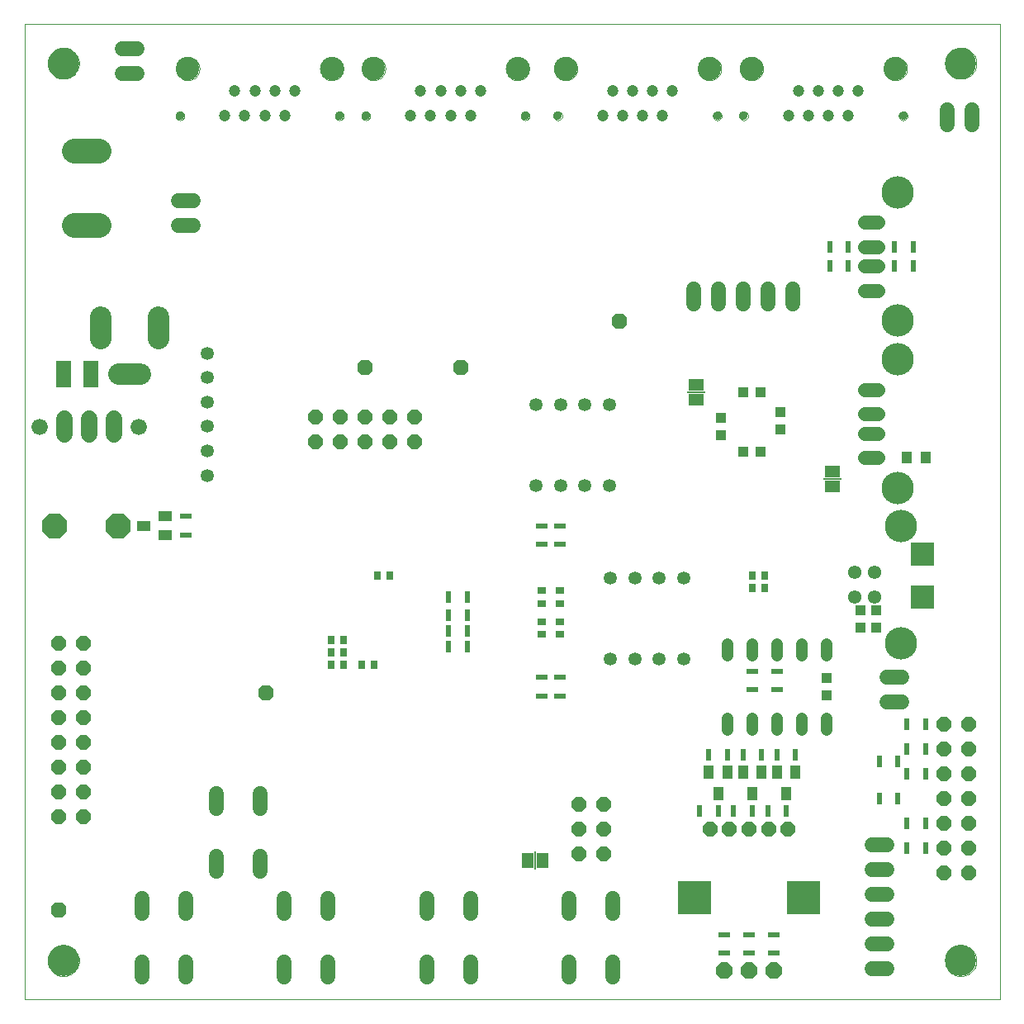
<source format=gbs>
G75*
G70*
%OFA0B0*%
%FSLAX24Y24*%
%IPPOS*%
%LPD*%
%AMOC8*
5,1,8,0,0,1.08239X$1,22.5*
%
%ADD10C,0.0000*%
%ADD11C,0.1260*%
%ADD12C,0.0600*%
%ADD13C,0.0480*%
%ADD14R,0.0425X0.0413*%
%ADD15R,0.0512X0.0236*%
%ADD16C,0.0472*%
%ADD17C,0.0945*%
%ADD18C,0.0354*%
%ADD19OC8,0.0591*%
%ADD20OC8,0.0660*%
%ADD21R,0.1378X0.1378*%
%ADD22R,0.0236X0.0512*%
%ADD23R,0.0394X0.0551*%
%ADD24R,0.0413X0.0425*%
%ADD25R,0.0433X0.0512*%
%ADD26R,0.0630X0.0460*%
%ADD27R,0.0720X0.0060*%
%ADD28R,0.0460X0.0630*%
%ADD29R,0.0060X0.0720*%
%ADD30OC8,0.0600*%
%ADD31OC8,0.1000*%
%ADD32R,0.0551X0.0394*%
%ADD33R,0.0354X0.0276*%
%ADD34C,0.1000*%
%ADD35C,0.0650*%
%ADD36C,0.0660*%
%ADD37R,0.0630X0.1063*%
%ADD38C,0.0531*%
%ADD39C,0.1306*%
%ADD40C,0.0543*%
%ADD41R,0.0276X0.0354*%
%ADD42C,0.0860*%
%ADD43C,0.0561*%
%ADD44OC8,0.0630*%
%ADD45R,0.0945X0.0945*%
D10*
X000950Y000139D02*
X000950Y039509D01*
X040320Y039509D01*
X040320Y000139D01*
X000950Y000139D01*
X001894Y001714D02*
X001896Y001764D01*
X001902Y001814D01*
X001912Y001863D01*
X001926Y001911D01*
X001943Y001958D01*
X001964Y002003D01*
X001989Y002047D01*
X002017Y002088D01*
X002049Y002127D01*
X002083Y002164D01*
X002120Y002198D01*
X002160Y002228D01*
X002202Y002255D01*
X002246Y002279D01*
X002292Y002300D01*
X002339Y002316D01*
X002387Y002329D01*
X002437Y002338D01*
X002486Y002343D01*
X002537Y002344D01*
X002587Y002341D01*
X002636Y002334D01*
X002685Y002323D01*
X002733Y002308D01*
X002779Y002290D01*
X002824Y002268D01*
X002867Y002242D01*
X002908Y002213D01*
X002947Y002181D01*
X002983Y002146D01*
X003015Y002108D01*
X003045Y002068D01*
X003072Y002025D01*
X003095Y001981D01*
X003114Y001935D01*
X003130Y001887D01*
X003142Y001838D01*
X003150Y001789D01*
X003154Y001739D01*
X003154Y001689D01*
X003150Y001639D01*
X003142Y001590D01*
X003130Y001541D01*
X003114Y001493D01*
X003095Y001447D01*
X003072Y001403D01*
X003045Y001360D01*
X003015Y001320D01*
X002983Y001282D01*
X002947Y001247D01*
X002908Y001215D01*
X002867Y001186D01*
X002824Y001160D01*
X002779Y001138D01*
X002733Y001120D01*
X002685Y001105D01*
X002636Y001094D01*
X002587Y001087D01*
X002537Y001084D01*
X002486Y001085D01*
X002437Y001090D01*
X002387Y001099D01*
X002339Y001112D01*
X002292Y001128D01*
X002246Y001149D01*
X002202Y001173D01*
X002160Y001200D01*
X002120Y001230D01*
X002083Y001264D01*
X002049Y001301D01*
X002017Y001340D01*
X001989Y001381D01*
X001964Y001425D01*
X001943Y001470D01*
X001926Y001517D01*
X001912Y001565D01*
X001902Y001614D01*
X001896Y001664D01*
X001894Y001714D01*
X007054Y035813D02*
X007056Y035839D01*
X007062Y035865D01*
X007072Y035890D01*
X007085Y035913D01*
X007101Y035933D01*
X007121Y035951D01*
X007143Y035966D01*
X007166Y035978D01*
X007192Y035986D01*
X007218Y035990D01*
X007244Y035990D01*
X007270Y035986D01*
X007296Y035978D01*
X007320Y035966D01*
X007341Y035951D01*
X007361Y035933D01*
X007377Y035913D01*
X007390Y035890D01*
X007400Y035865D01*
X007406Y035839D01*
X007408Y035813D01*
X007406Y035787D01*
X007400Y035761D01*
X007390Y035736D01*
X007377Y035713D01*
X007361Y035693D01*
X007341Y035675D01*
X007319Y035660D01*
X007296Y035648D01*
X007270Y035640D01*
X007244Y035636D01*
X007218Y035636D01*
X007192Y035640D01*
X007166Y035648D01*
X007142Y035660D01*
X007121Y035675D01*
X007101Y035693D01*
X007085Y035713D01*
X007072Y035736D01*
X007062Y035761D01*
X007056Y035787D01*
X007054Y035813D01*
X007074Y037718D02*
X007076Y037761D01*
X007082Y037803D01*
X007092Y037845D01*
X007105Y037886D01*
X007122Y037926D01*
X007143Y037963D01*
X007167Y037999D01*
X007194Y038032D01*
X007224Y038063D01*
X007257Y038091D01*
X007292Y038116D01*
X007329Y038137D01*
X007368Y038155D01*
X007408Y038169D01*
X007450Y038180D01*
X007492Y038187D01*
X007535Y038190D01*
X007578Y038189D01*
X007621Y038184D01*
X007663Y038175D01*
X007704Y038163D01*
X007744Y038147D01*
X007782Y038127D01*
X007818Y038104D01*
X007852Y038077D01*
X007884Y038048D01*
X007912Y038016D01*
X007938Y037981D01*
X007960Y037945D01*
X007979Y037906D01*
X007994Y037866D01*
X008006Y037825D01*
X008014Y037782D01*
X008018Y037739D01*
X008018Y037697D01*
X008014Y037654D01*
X008006Y037611D01*
X007994Y037570D01*
X007979Y037530D01*
X007960Y037491D01*
X007938Y037455D01*
X007912Y037420D01*
X007884Y037388D01*
X007852Y037359D01*
X007818Y037332D01*
X007782Y037309D01*
X007744Y037289D01*
X007704Y037273D01*
X007663Y037261D01*
X007621Y037252D01*
X007578Y037247D01*
X007535Y037246D01*
X007492Y037249D01*
X007450Y037256D01*
X007408Y037267D01*
X007368Y037281D01*
X007329Y037299D01*
X007292Y037320D01*
X007257Y037345D01*
X007224Y037373D01*
X007194Y037404D01*
X007167Y037437D01*
X007143Y037473D01*
X007122Y037510D01*
X007105Y037550D01*
X007092Y037591D01*
X007082Y037633D01*
X007076Y037675D01*
X007074Y037718D01*
X001894Y037935D02*
X001896Y037985D01*
X001902Y038035D01*
X001912Y038084D01*
X001926Y038132D01*
X001943Y038179D01*
X001964Y038224D01*
X001989Y038268D01*
X002017Y038309D01*
X002049Y038348D01*
X002083Y038385D01*
X002120Y038419D01*
X002160Y038449D01*
X002202Y038476D01*
X002246Y038500D01*
X002292Y038521D01*
X002339Y038537D01*
X002387Y038550D01*
X002437Y038559D01*
X002486Y038564D01*
X002537Y038565D01*
X002587Y038562D01*
X002636Y038555D01*
X002685Y038544D01*
X002733Y038529D01*
X002779Y038511D01*
X002824Y038489D01*
X002867Y038463D01*
X002908Y038434D01*
X002947Y038402D01*
X002983Y038367D01*
X003015Y038329D01*
X003045Y038289D01*
X003072Y038246D01*
X003095Y038202D01*
X003114Y038156D01*
X003130Y038108D01*
X003142Y038059D01*
X003150Y038010D01*
X003154Y037960D01*
X003154Y037910D01*
X003150Y037860D01*
X003142Y037811D01*
X003130Y037762D01*
X003114Y037714D01*
X003095Y037668D01*
X003072Y037624D01*
X003045Y037581D01*
X003015Y037541D01*
X002983Y037503D01*
X002947Y037468D01*
X002908Y037436D01*
X002867Y037407D01*
X002824Y037381D01*
X002779Y037359D01*
X002733Y037341D01*
X002685Y037326D01*
X002636Y037315D01*
X002587Y037308D01*
X002537Y037305D01*
X002486Y037306D01*
X002437Y037311D01*
X002387Y037320D01*
X002339Y037333D01*
X002292Y037349D01*
X002246Y037370D01*
X002202Y037394D01*
X002160Y037421D01*
X002120Y037451D01*
X002083Y037485D01*
X002049Y037522D01*
X002017Y037561D01*
X001989Y037602D01*
X001964Y037646D01*
X001943Y037691D01*
X001926Y037738D01*
X001912Y037786D01*
X001902Y037835D01*
X001896Y037885D01*
X001894Y037935D01*
X012881Y037718D02*
X012883Y037761D01*
X012889Y037803D01*
X012899Y037845D01*
X012912Y037886D01*
X012929Y037926D01*
X012950Y037963D01*
X012974Y037999D01*
X013001Y038032D01*
X013031Y038063D01*
X013064Y038091D01*
X013099Y038116D01*
X013136Y038137D01*
X013175Y038155D01*
X013215Y038169D01*
X013257Y038180D01*
X013299Y038187D01*
X013342Y038190D01*
X013385Y038189D01*
X013428Y038184D01*
X013470Y038175D01*
X013511Y038163D01*
X013551Y038147D01*
X013589Y038127D01*
X013625Y038104D01*
X013659Y038077D01*
X013691Y038048D01*
X013719Y038016D01*
X013745Y037981D01*
X013767Y037945D01*
X013786Y037906D01*
X013801Y037866D01*
X013813Y037825D01*
X013821Y037782D01*
X013825Y037739D01*
X013825Y037697D01*
X013821Y037654D01*
X013813Y037611D01*
X013801Y037570D01*
X013786Y037530D01*
X013767Y037491D01*
X013745Y037455D01*
X013719Y037420D01*
X013691Y037388D01*
X013659Y037359D01*
X013625Y037332D01*
X013589Y037309D01*
X013551Y037289D01*
X013511Y037273D01*
X013470Y037261D01*
X013428Y037252D01*
X013385Y037247D01*
X013342Y037246D01*
X013299Y037249D01*
X013257Y037256D01*
X013215Y037267D01*
X013175Y037281D01*
X013136Y037299D01*
X013099Y037320D01*
X013064Y037345D01*
X013031Y037373D01*
X013001Y037404D01*
X012974Y037437D01*
X012950Y037473D01*
X012929Y037510D01*
X012912Y037550D01*
X012899Y037591D01*
X012889Y037633D01*
X012883Y037675D01*
X012881Y037718D01*
X013491Y035813D02*
X013493Y035839D01*
X013499Y035865D01*
X013509Y035890D01*
X013522Y035913D01*
X013538Y035933D01*
X013558Y035951D01*
X013580Y035966D01*
X013603Y035978D01*
X013629Y035986D01*
X013655Y035990D01*
X013681Y035990D01*
X013707Y035986D01*
X013733Y035978D01*
X013757Y035966D01*
X013778Y035951D01*
X013798Y035933D01*
X013814Y035913D01*
X013827Y035890D01*
X013837Y035865D01*
X013843Y035839D01*
X013845Y035813D01*
X013843Y035787D01*
X013837Y035761D01*
X013827Y035736D01*
X013814Y035713D01*
X013798Y035693D01*
X013778Y035675D01*
X013756Y035660D01*
X013733Y035648D01*
X013707Y035640D01*
X013681Y035636D01*
X013655Y035636D01*
X013629Y035640D01*
X013603Y035648D01*
X013579Y035660D01*
X013558Y035675D01*
X013538Y035693D01*
X013522Y035713D01*
X013509Y035736D01*
X013499Y035761D01*
X013493Y035787D01*
X013491Y035813D01*
X014554Y035813D02*
X014556Y035839D01*
X014562Y035865D01*
X014572Y035890D01*
X014585Y035913D01*
X014601Y035933D01*
X014621Y035951D01*
X014643Y035966D01*
X014666Y035978D01*
X014692Y035986D01*
X014718Y035990D01*
X014744Y035990D01*
X014770Y035986D01*
X014796Y035978D01*
X014820Y035966D01*
X014841Y035951D01*
X014861Y035933D01*
X014877Y035913D01*
X014890Y035890D01*
X014900Y035865D01*
X014906Y035839D01*
X014908Y035813D01*
X014906Y035787D01*
X014900Y035761D01*
X014890Y035736D01*
X014877Y035713D01*
X014861Y035693D01*
X014841Y035675D01*
X014819Y035660D01*
X014796Y035648D01*
X014770Y035640D01*
X014744Y035636D01*
X014718Y035636D01*
X014692Y035640D01*
X014666Y035648D01*
X014642Y035660D01*
X014621Y035675D01*
X014601Y035693D01*
X014585Y035713D01*
X014572Y035736D01*
X014562Y035761D01*
X014556Y035787D01*
X014554Y035813D01*
X014574Y037718D02*
X014576Y037761D01*
X014582Y037803D01*
X014592Y037845D01*
X014605Y037886D01*
X014622Y037926D01*
X014643Y037963D01*
X014667Y037999D01*
X014694Y038032D01*
X014724Y038063D01*
X014757Y038091D01*
X014792Y038116D01*
X014829Y038137D01*
X014868Y038155D01*
X014908Y038169D01*
X014950Y038180D01*
X014992Y038187D01*
X015035Y038190D01*
X015078Y038189D01*
X015121Y038184D01*
X015163Y038175D01*
X015204Y038163D01*
X015244Y038147D01*
X015282Y038127D01*
X015318Y038104D01*
X015352Y038077D01*
X015384Y038048D01*
X015412Y038016D01*
X015438Y037981D01*
X015460Y037945D01*
X015479Y037906D01*
X015494Y037866D01*
X015506Y037825D01*
X015514Y037782D01*
X015518Y037739D01*
X015518Y037697D01*
X015514Y037654D01*
X015506Y037611D01*
X015494Y037570D01*
X015479Y037530D01*
X015460Y037491D01*
X015438Y037455D01*
X015412Y037420D01*
X015384Y037388D01*
X015352Y037359D01*
X015318Y037332D01*
X015282Y037309D01*
X015244Y037289D01*
X015204Y037273D01*
X015163Y037261D01*
X015121Y037252D01*
X015078Y037247D01*
X015035Y037246D01*
X014992Y037249D01*
X014950Y037256D01*
X014908Y037267D01*
X014868Y037281D01*
X014829Y037299D01*
X014792Y037320D01*
X014757Y037345D01*
X014724Y037373D01*
X014694Y037404D01*
X014667Y037437D01*
X014643Y037473D01*
X014622Y037510D01*
X014605Y037550D01*
X014592Y037591D01*
X014582Y037633D01*
X014576Y037675D01*
X014574Y037718D01*
X020381Y037718D02*
X020383Y037761D01*
X020389Y037803D01*
X020399Y037845D01*
X020412Y037886D01*
X020429Y037926D01*
X020450Y037963D01*
X020474Y037999D01*
X020501Y038032D01*
X020531Y038063D01*
X020564Y038091D01*
X020599Y038116D01*
X020636Y038137D01*
X020675Y038155D01*
X020715Y038169D01*
X020757Y038180D01*
X020799Y038187D01*
X020842Y038190D01*
X020885Y038189D01*
X020928Y038184D01*
X020970Y038175D01*
X021011Y038163D01*
X021051Y038147D01*
X021089Y038127D01*
X021125Y038104D01*
X021159Y038077D01*
X021191Y038048D01*
X021219Y038016D01*
X021245Y037981D01*
X021267Y037945D01*
X021286Y037906D01*
X021301Y037866D01*
X021313Y037825D01*
X021321Y037782D01*
X021325Y037739D01*
X021325Y037697D01*
X021321Y037654D01*
X021313Y037611D01*
X021301Y037570D01*
X021286Y037530D01*
X021267Y037491D01*
X021245Y037455D01*
X021219Y037420D01*
X021191Y037388D01*
X021159Y037359D01*
X021125Y037332D01*
X021089Y037309D01*
X021051Y037289D01*
X021011Y037273D01*
X020970Y037261D01*
X020928Y037252D01*
X020885Y037247D01*
X020842Y037246D01*
X020799Y037249D01*
X020757Y037256D01*
X020715Y037267D01*
X020675Y037281D01*
X020636Y037299D01*
X020599Y037320D01*
X020564Y037345D01*
X020531Y037373D01*
X020501Y037404D01*
X020474Y037437D01*
X020450Y037473D01*
X020429Y037510D01*
X020412Y037550D01*
X020399Y037591D01*
X020389Y037633D01*
X020383Y037675D01*
X020381Y037718D01*
X020991Y035813D02*
X020993Y035839D01*
X020999Y035865D01*
X021009Y035890D01*
X021022Y035913D01*
X021038Y035933D01*
X021058Y035951D01*
X021080Y035966D01*
X021103Y035978D01*
X021129Y035986D01*
X021155Y035990D01*
X021181Y035990D01*
X021207Y035986D01*
X021233Y035978D01*
X021257Y035966D01*
X021278Y035951D01*
X021298Y035933D01*
X021314Y035913D01*
X021327Y035890D01*
X021337Y035865D01*
X021343Y035839D01*
X021345Y035813D01*
X021343Y035787D01*
X021337Y035761D01*
X021327Y035736D01*
X021314Y035713D01*
X021298Y035693D01*
X021278Y035675D01*
X021256Y035660D01*
X021233Y035648D01*
X021207Y035640D01*
X021181Y035636D01*
X021155Y035636D01*
X021129Y035640D01*
X021103Y035648D01*
X021079Y035660D01*
X021058Y035675D01*
X021038Y035693D01*
X021022Y035713D01*
X021009Y035736D01*
X020999Y035761D01*
X020993Y035787D01*
X020991Y035813D01*
X022304Y035813D02*
X022306Y035839D01*
X022312Y035865D01*
X022322Y035890D01*
X022335Y035913D01*
X022351Y035933D01*
X022371Y035951D01*
X022393Y035966D01*
X022416Y035978D01*
X022442Y035986D01*
X022468Y035990D01*
X022494Y035990D01*
X022520Y035986D01*
X022546Y035978D01*
X022570Y035966D01*
X022591Y035951D01*
X022611Y035933D01*
X022627Y035913D01*
X022640Y035890D01*
X022650Y035865D01*
X022656Y035839D01*
X022658Y035813D01*
X022656Y035787D01*
X022650Y035761D01*
X022640Y035736D01*
X022627Y035713D01*
X022611Y035693D01*
X022591Y035675D01*
X022569Y035660D01*
X022546Y035648D01*
X022520Y035640D01*
X022494Y035636D01*
X022468Y035636D01*
X022442Y035640D01*
X022416Y035648D01*
X022392Y035660D01*
X022371Y035675D01*
X022351Y035693D01*
X022335Y035713D01*
X022322Y035736D01*
X022312Y035761D01*
X022306Y035787D01*
X022304Y035813D01*
X022324Y037718D02*
X022326Y037761D01*
X022332Y037803D01*
X022342Y037845D01*
X022355Y037886D01*
X022372Y037926D01*
X022393Y037963D01*
X022417Y037999D01*
X022444Y038032D01*
X022474Y038063D01*
X022507Y038091D01*
X022542Y038116D01*
X022579Y038137D01*
X022618Y038155D01*
X022658Y038169D01*
X022700Y038180D01*
X022742Y038187D01*
X022785Y038190D01*
X022828Y038189D01*
X022871Y038184D01*
X022913Y038175D01*
X022954Y038163D01*
X022994Y038147D01*
X023032Y038127D01*
X023068Y038104D01*
X023102Y038077D01*
X023134Y038048D01*
X023162Y038016D01*
X023188Y037981D01*
X023210Y037945D01*
X023229Y037906D01*
X023244Y037866D01*
X023256Y037825D01*
X023264Y037782D01*
X023268Y037739D01*
X023268Y037697D01*
X023264Y037654D01*
X023256Y037611D01*
X023244Y037570D01*
X023229Y037530D01*
X023210Y037491D01*
X023188Y037455D01*
X023162Y037420D01*
X023134Y037388D01*
X023102Y037359D01*
X023068Y037332D01*
X023032Y037309D01*
X022994Y037289D01*
X022954Y037273D01*
X022913Y037261D01*
X022871Y037252D01*
X022828Y037247D01*
X022785Y037246D01*
X022742Y037249D01*
X022700Y037256D01*
X022658Y037267D01*
X022618Y037281D01*
X022579Y037299D01*
X022542Y037320D01*
X022507Y037345D01*
X022474Y037373D01*
X022444Y037404D01*
X022417Y037437D01*
X022393Y037473D01*
X022372Y037510D01*
X022355Y037550D01*
X022342Y037591D01*
X022332Y037633D01*
X022326Y037675D01*
X022324Y037718D01*
X028131Y037718D02*
X028133Y037761D01*
X028139Y037803D01*
X028149Y037845D01*
X028162Y037886D01*
X028179Y037926D01*
X028200Y037963D01*
X028224Y037999D01*
X028251Y038032D01*
X028281Y038063D01*
X028314Y038091D01*
X028349Y038116D01*
X028386Y038137D01*
X028425Y038155D01*
X028465Y038169D01*
X028507Y038180D01*
X028549Y038187D01*
X028592Y038190D01*
X028635Y038189D01*
X028678Y038184D01*
X028720Y038175D01*
X028761Y038163D01*
X028801Y038147D01*
X028839Y038127D01*
X028875Y038104D01*
X028909Y038077D01*
X028941Y038048D01*
X028969Y038016D01*
X028995Y037981D01*
X029017Y037945D01*
X029036Y037906D01*
X029051Y037866D01*
X029063Y037825D01*
X029071Y037782D01*
X029075Y037739D01*
X029075Y037697D01*
X029071Y037654D01*
X029063Y037611D01*
X029051Y037570D01*
X029036Y037530D01*
X029017Y037491D01*
X028995Y037455D01*
X028969Y037420D01*
X028941Y037388D01*
X028909Y037359D01*
X028875Y037332D01*
X028839Y037309D01*
X028801Y037289D01*
X028761Y037273D01*
X028720Y037261D01*
X028678Y037252D01*
X028635Y037247D01*
X028592Y037246D01*
X028549Y037249D01*
X028507Y037256D01*
X028465Y037267D01*
X028425Y037281D01*
X028386Y037299D01*
X028349Y037320D01*
X028314Y037345D01*
X028281Y037373D01*
X028251Y037404D01*
X028224Y037437D01*
X028200Y037473D01*
X028179Y037510D01*
X028162Y037550D01*
X028149Y037591D01*
X028139Y037633D01*
X028133Y037675D01*
X028131Y037718D01*
X028741Y035813D02*
X028743Y035839D01*
X028749Y035865D01*
X028759Y035890D01*
X028772Y035913D01*
X028788Y035933D01*
X028808Y035951D01*
X028830Y035966D01*
X028853Y035978D01*
X028879Y035986D01*
X028905Y035990D01*
X028931Y035990D01*
X028957Y035986D01*
X028983Y035978D01*
X029007Y035966D01*
X029028Y035951D01*
X029048Y035933D01*
X029064Y035913D01*
X029077Y035890D01*
X029087Y035865D01*
X029093Y035839D01*
X029095Y035813D01*
X029093Y035787D01*
X029087Y035761D01*
X029077Y035736D01*
X029064Y035713D01*
X029048Y035693D01*
X029028Y035675D01*
X029006Y035660D01*
X028983Y035648D01*
X028957Y035640D01*
X028931Y035636D01*
X028905Y035636D01*
X028879Y035640D01*
X028853Y035648D01*
X028829Y035660D01*
X028808Y035675D01*
X028788Y035693D01*
X028772Y035713D01*
X028759Y035736D01*
X028749Y035761D01*
X028743Y035787D01*
X028741Y035813D01*
X029804Y035813D02*
X029806Y035839D01*
X029812Y035865D01*
X029822Y035890D01*
X029835Y035913D01*
X029851Y035933D01*
X029871Y035951D01*
X029893Y035966D01*
X029916Y035978D01*
X029942Y035986D01*
X029968Y035990D01*
X029994Y035990D01*
X030020Y035986D01*
X030046Y035978D01*
X030070Y035966D01*
X030091Y035951D01*
X030111Y035933D01*
X030127Y035913D01*
X030140Y035890D01*
X030150Y035865D01*
X030156Y035839D01*
X030158Y035813D01*
X030156Y035787D01*
X030150Y035761D01*
X030140Y035736D01*
X030127Y035713D01*
X030111Y035693D01*
X030091Y035675D01*
X030069Y035660D01*
X030046Y035648D01*
X030020Y035640D01*
X029994Y035636D01*
X029968Y035636D01*
X029942Y035640D01*
X029916Y035648D01*
X029892Y035660D01*
X029871Y035675D01*
X029851Y035693D01*
X029835Y035713D01*
X029822Y035736D01*
X029812Y035761D01*
X029806Y035787D01*
X029804Y035813D01*
X029824Y037718D02*
X029826Y037761D01*
X029832Y037803D01*
X029842Y037845D01*
X029855Y037886D01*
X029872Y037926D01*
X029893Y037963D01*
X029917Y037999D01*
X029944Y038032D01*
X029974Y038063D01*
X030007Y038091D01*
X030042Y038116D01*
X030079Y038137D01*
X030118Y038155D01*
X030158Y038169D01*
X030200Y038180D01*
X030242Y038187D01*
X030285Y038190D01*
X030328Y038189D01*
X030371Y038184D01*
X030413Y038175D01*
X030454Y038163D01*
X030494Y038147D01*
X030532Y038127D01*
X030568Y038104D01*
X030602Y038077D01*
X030634Y038048D01*
X030662Y038016D01*
X030688Y037981D01*
X030710Y037945D01*
X030729Y037906D01*
X030744Y037866D01*
X030756Y037825D01*
X030764Y037782D01*
X030768Y037739D01*
X030768Y037697D01*
X030764Y037654D01*
X030756Y037611D01*
X030744Y037570D01*
X030729Y037530D01*
X030710Y037491D01*
X030688Y037455D01*
X030662Y037420D01*
X030634Y037388D01*
X030602Y037359D01*
X030568Y037332D01*
X030532Y037309D01*
X030494Y037289D01*
X030454Y037273D01*
X030413Y037261D01*
X030371Y037252D01*
X030328Y037247D01*
X030285Y037246D01*
X030242Y037249D01*
X030200Y037256D01*
X030158Y037267D01*
X030118Y037281D01*
X030079Y037299D01*
X030042Y037320D01*
X030007Y037345D01*
X029974Y037373D01*
X029944Y037404D01*
X029917Y037437D01*
X029893Y037473D01*
X029872Y037510D01*
X029855Y037550D01*
X029842Y037591D01*
X029832Y037633D01*
X029826Y037675D01*
X029824Y037718D01*
X035631Y037718D02*
X035633Y037761D01*
X035639Y037803D01*
X035649Y037845D01*
X035662Y037886D01*
X035679Y037926D01*
X035700Y037963D01*
X035724Y037999D01*
X035751Y038032D01*
X035781Y038063D01*
X035814Y038091D01*
X035849Y038116D01*
X035886Y038137D01*
X035925Y038155D01*
X035965Y038169D01*
X036007Y038180D01*
X036049Y038187D01*
X036092Y038190D01*
X036135Y038189D01*
X036178Y038184D01*
X036220Y038175D01*
X036261Y038163D01*
X036301Y038147D01*
X036339Y038127D01*
X036375Y038104D01*
X036409Y038077D01*
X036441Y038048D01*
X036469Y038016D01*
X036495Y037981D01*
X036517Y037945D01*
X036536Y037906D01*
X036551Y037866D01*
X036563Y037825D01*
X036571Y037782D01*
X036575Y037739D01*
X036575Y037697D01*
X036571Y037654D01*
X036563Y037611D01*
X036551Y037570D01*
X036536Y037530D01*
X036517Y037491D01*
X036495Y037455D01*
X036469Y037420D01*
X036441Y037388D01*
X036409Y037359D01*
X036375Y037332D01*
X036339Y037309D01*
X036301Y037289D01*
X036261Y037273D01*
X036220Y037261D01*
X036178Y037252D01*
X036135Y037247D01*
X036092Y037246D01*
X036049Y037249D01*
X036007Y037256D01*
X035965Y037267D01*
X035925Y037281D01*
X035886Y037299D01*
X035849Y037320D01*
X035814Y037345D01*
X035781Y037373D01*
X035751Y037404D01*
X035724Y037437D01*
X035700Y037473D01*
X035679Y037510D01*
X035662Y037550D01*
X035649Y037591D01*
X035639Y037633D01*
X035633Y037675D01*
X035631Y037718D01*
X036241Y035813D02*
X036243Y035839D01*
X036249Y035865D01*
X036259Y035890D01*
X036272Y035913D01*
X036288Y035933D01*
X036308Y035951D01*
X036330Y035966D01*
X036353Y035978D01*
X036379Y035986D01*
X036405Y035990D01*
X036431Y035990D01*
X036457Y035986D01*
X036483Y035978D01*
X036507Y035966D01*
X036528Y035951D01*
X036548Y035933D01*
X036564Y035913D01*
X036577Y035890D01*
X036587Y035865D01*
X036593Y035839D01*
X036595Y035813D01*
X036593Y035787D01*
X036587Y035761D01*
X036577Y035736D01*
X036564Y035713D01*
X036548Y035693D01*
X036528Y035675D01*
X036506Y035660D01*
X036483Y035648D01*
X036457Y035640D01*
X036431Y035636D01*
X036405Y035636D01*
X036379Y035640D01*
X036353Y035648D01*
X036329Y035660D01*
X036308Y035675D01*
X036288Y035693D01*
X036272Y035713D01*
X036259Y035736D01*
X036249Y035761D01*
X036243Y035787D01*
X036241Y035813D01*
X038115Y037935D02*
X038117Y037985D01*
X038123Y038035D01*
X038133Y038084D01*
X038147Y038132D01*
X038164Y038179D01*
X038185Y038224D01*
X038210Y038268D01*
X038238Y038309D01*
X038270Y038348D01*
X038304Y038385D01*
X038341Y038419D01*
X038381Y038449D01*
X038423Y038476D01*
X038467Y038500D01*
X038513Y038521D01*
X038560Y038537D01*
X038608Y038550D01*
X038658Y038559D01*
X038707Y038564D01*
X038758Y038565D01*
X038808Y038562D01*
X038857Y038555D01*
X038906Y038544D01*
X038954Y038529D01*
X039000Y038511D01*
X039045Y038489D01*
X039088Y038463D01*
X039129Y038434D01*
X039168Y038402D01*
X039204Y038367D01*
X039236Y038329D01*
X039266Y038289D01*
X039293Y038246D01*
X039316Y038202D01*
X039335Y038156D01*
X039351Y038108D01*
X039363Y038059D01*
X039371Y038010D01*
X039375Y037960D01*
X039375Y037910D01*
X039371Y037860D01*
X039363Y037811D01*
X039351Y037762D01*
X039335Y037714D01*
X039316Y037668D01*
X039293Y037624D01*
X039266Y037581D01*
X039236Y037541D01*
X039204Y037503D01*
X039168Y037468D01*
X039129Y037436D01*
X039088Y037407D01*
X039045Y037381D01*
X039000Y037359D01*
X038954Y037341D01*
X038906Y037326D01*
X038857Y037315D01*
X038808Y037308D01*
X038758Y037305D01*
X038707Y037306D01*
X038658Y037311D01*
X038608Y037320D01*
X038560Y037333D01*
X038513Y037349D01*
X038467Y037370D01*
X038423Y037394D01*
X038381Y037421D01*
X038341Y037451D01*
X038304Y037485D01*
X038270Y037522D01*
X038238Y037561D01*
X038210Y037602D01*
X038185Y037646D01*
X038164Y037691D01*
X038147Y037738D01*
X038133Y037786D01*
X038123Y037835D01*
X038117Y037885D01*
X038115Y037935D01*
X038115Y001714D02*
X038117Y001764D01*
X038123Y001814D01*
X038133Y001863D01*
X038147Y001911D01*
X038164Y001958D01*
X038185Y002003D01*
X038210Y002047D01*
X038238Y002088D01*
X038270Y002127D01*
X038304Y002164D01*
X038341Y002198D01*
X038381Y002228D01*
X038423Y002255D01*
X038467Y002279D01*
X038513Y002300D01*
X038560Y002316D01*
X038608Y002329D01*
X038658Y002338D01*
X038707Y002343D01*
X038758Y002344D01*
X038808Y002341D01*
X038857Y002334D01*
X038906Y002323D01*
X038954Y002308D01*
X039000Y002290D01*
X039045Y002268D01*
X039088Y002242D01*
X039129Y002213D01*
X039168Y002181D01*
X039204Y002146D01*
X039236Y002108D01*
X039266Y002068D01*
X039293Y002025D01*
X039316Y001981D01*
X039335Y001935D01*
X039351Y001887D01*
X039363Y001838D01*
X039371Y001789D01*
X039375Y001739D01*
X039375Y001689D01*
X039371Y001639D01*
X039363Y001590D01*
X039351Y001541D01*
X039335Y001493D01*
X039316Y001447D01*
X039293Y001403D01*
X039266Y001360D01*
X039236Y001320D01*
X039204Y001282D01*
X039168Y001247D01*
X039129Y001215D01*
X039088Y001186D01*
X039045Y001160D01*
X039000Y001138D01*
X038954Y001120D01*
X038906Y001105D01*
X038857Y001094D01*
X038808Y001087D01*
X038758Y001084D01*
X038707Y001085D01*
X038658Y001090D01*
X038608Y001099D01*
X038560Y001112D01*
X038513Y001128D01*
X038467Y001149D01*
X038423Y001173D01*
X038381Y001200D01*
X038341Y001230D01*
X038304Y001264D01*
X038270Y001301D01*
X038238Y001340D01*
X038210Y001381D01*
X038185Y001425D01*
X038164Y001470D01*
X038147Y001517D01*
X038133Y001565D01*
X038123Y001614D01*
X038117Y001664D01*
X038115Y001714D01*
D11*
X038745Y001714D03*
X002524Y001714D03*
X002524Y037935D03*
X038745Y037935D03*
D12*
X039200Y036064D02*
X039200Y035464D01*
X038200Y035464D02*
X038200Y036064D01*
X031950Y028814D02*
X031950Y028214D01*
X030950Y028214D02*
X030950Y028814D01*
X029950Y028814D02*
X029950Y028214D01*
X028950Y028214D02*
X028950Y028814D01*
X027950Y028814D02*
X027950Y028214D01*
X035775Y013139D02*
X036375Y013139D01*
X036375Y012139D02*
X035775Y012139D01*
X035750Y006389D02*
X035150Y006389D01*
X035150Y005389D02*
X035750Y005389D01*
X035750Y004389D02*
X035150Y004389D01*
X035150Y003389D02*
X035750Y003389D01*
X035750Y002389D02*
X035150Y002389D01*
X035150Y001389D02*
X035750Y001389D01*
X024715Y001659D02*
X024715Y001059D01*
X022935Y001059D02*
X022935Y001659D01*
X022935Y003619D02*
X022935Y004219D01*
X024715Y004219D02*
X024715Y003619D01*
X018965Y003619D02*
X018965Y004219D01*
X017185Y004219D02*
X017185Y003619D01*
X017185Y001659D02*
X017185Y001059D01*
X018965Y001059D02*
X018965Y001659D01*
X013215Y001659D02*
X013215Y001059D01*
X011435Y001059D02*
X011435Y001659D01*
X011435Y003619D02*
X011435Y004219D01*
X010465Y005309D02*
X010465Y005909D01*
X008685Y005909D02*
X008685Y005309D01*
X007465Y004219D02*
X007465Y003619D01*
X005685Y003619D02*
X005685Y004219D01*
X005685Y001659D02*
X005685Y001059D01*
X007465Y001059D02*
X007465Y001659D01*
X013215Y003619D02*
X013215Y004219D01*
X010465Y007869D02*
X010465Y008469D01*
X008685Y008469D02*
X008685Y007869D01*
X007750Y031389D02*
X007150Y031389D01*
X007150Y032389D02*
X007750Y032389D01*
X005500Y037514D02*
X004900Y037514D01*
X004900Y038514D02*
X005500Y038514D01*
D13*
X029325Y014504D02*
X029325Y014024D01*
X030325Y014024D02*
X030325Y014504D01*
X031325Y014504D02*
X031325Y014024D01*
X032325Y014024D02*
X032325Y014504D01*
X033325Y014504D02*
X033325Y014024D01*
X033325Y011504D02*
X033325Y011024D01*
X032325Y011024D02*
X032325Y011504D01*
X031325Y011504D02*
X031325Y011024D01*
X030325Y011024D02*
X030325Y011504D01*
X029325Y011504D02*
X029325Y011024D01*
D14*
X033325Y012420D03*
X033325Y013109D03*
X034700Y015170D03*
X034700Y015859D03*
X035325Y015859D03*
X035325Y015170D03*
X029075Y022920D03*
X029075Y023609D03*
X031450Y023859D03*
X031450Y023170D03*
D15*
X022575Y019263D03*
X022575Y018515D03*
X021825Y018515D03*
X021825Y019263D03*
X021825Y013138D03*
X021825Y012390D03*
X022575Y012390D03*
X022575Y013138D03*
X030325Y013388D03*
X030325Y012640D03*
X031325Y012640D03*
X031325Y013388D03*
X031200Y002763D03*
X031200Y002015D03*
X030200Y002015D03*
X030200Y002763D03*
X029200Y002763D03*
X029200Y002015D03*
X007450Y018890D03*
X007450Y019638D03*
D16*
X009044Y035813D03*
X009847Y035813D03*
X010650Y035813D03*
X011454Y035813D03*
X011855Y036813D03*
X011052Y036813D03*
X010249Y036813D03*
X009446Y036813D03*
X016544Y035813D03*
X017347Y035813D03*
X018150Y035813D03*
X018954Y035813D03*
X019355Y036813D03*
X018552Y036813D03*
X017749Y036813D03*
X016946Y036813D03*
X024294Y035813D03*
X025097Y035813D03*
X025900Y035813D03*
X026704Y035813D03*
X027105Y036813D03*
X026302Y036813D03*
X025499Y036813D03*
X024696Y036813D03*
X031794Y035813D03*
X032597Y035813D03*
X033400Y035813D03*
X034204Y035813D03*
X034605Y036813D03*
X033802Y036813D03*
X032999Y036813D03*
X032196Y036813D03*
D17*
X030296Y037718D03*
X028603Y037718D03*
X022796Y037718D03*
X020853Y037718D03*
X015046Y037718D03*
X013353Y037718D03*
X007546Y037718D03*
X036103Y037718D03*
D18*
X036418Y035813D03*
X029981Y035813D03*
X028918Y035813D03*
X022481Y035813D03*
X021168Y035813D03*
X014731Y035813D03*
X013668Y035813D03*
X007231Y035813D03*
D19*
X012700Y023639D03*
X012700Y022639D03*
X013700Y022639D03*
X014700Y022639D03*
X015700Y022639D03*
X015700Y023639D03*
X014700Y023639D03*
X013700Y023639D03*
X016700Y023639D03*
X016700Y022639D03*
X003325Y014514D03*
X003325Y013514D03*
X003325Y012514D03*
X003325Y011514D03*
X003325Y010514D03*
X003325Y009514D03*
X003325Y008514D03*
X003325Y007514D03*
X002325Y007514D03*
X002325Y008514D03*
X002325Y009514D03*
X002325Y010514D03*
X002325Y011514D03*
X002325Y012514D03*
X002325Y013514D03*
X002325Y014514D03*
X028625Y007020D03*
X029412Y007020D03*
X030200Y007020D03*
X030987Y007020D03*
X031774Y007020D03*
X038075Y007264D03*
X038075Y008264D03*
X039075Y008264D03*
X039075Y007264D03*
X039075Y006264D03*
X039075Y005264D03*
X038075Y005264D03*
X038075Y006264D03*
X038075Y009264D03*
X038075Y010264D03*
X039075Y010264D03*
X039075Y009264D03*
X039075Y011264D03*
X038075Y011264D03*
D20*
X031184Y001312D03*
X030200Y001312D03*
X029215Y001312D03*
D21*
X027995Y004264D03*
X032404Y004264D03*
D22*
X031699Y007764D03*
X030951Y007764D03*
X030324Y007764D03*
X029576Y007764D03*
X028949Y007764D03*
X028201Y007764D03*
X028576Y010014D03*
X029324Y010014D03*
X029951Y010014D03*
X030699Y010014D03*
X031326Y010014D03*
X032074Y010014D03*
X035451Y009764D03*
X036199Y009764D03*
X036576Y009264D03*
X037324Y009264D03*
X037324Y010264D03*
X036576Y010264D03*
X036576Y011264D03*
X037324Y011264D03*
X036199Y008264D03*
X035451Y008264D03*
X036576Y007264D03*
X037324Y007264D03*
X037324Y006264D03*
X036576Y006264D03*
X018824Y014389D03*
X018824Y015014D03*
X018824Y015639D03*
X018076Y015639D03*
X018076Y015014D03*
X018076Y014389D03*
X018076Y016389D03*
X018824Y016389D03*
X033451Y029764D03*
X033451Y030514D03*
X034199Y030514D03*
X034199Y029764D03*
X036076Y029764D03*
X036824Y029764D03*
X036824Y030514D03*
X036076Y030514D03*
D23*
X032074Y009322D03*
X031326Y009322D03*
X030699Y009322D03*
X029951Y009322D03*
X029324Y009322D03*
X028576Y009322D03*
X028950Y008456D03*
X030325Y008456D03*
X031700Y008456D03*
D24*
X030669Y022264D03*
X029980Y022264D03*
X029980Y024639D03*
X030669Y024639D03*
D25*
X036576Y022014D03*
X037324Y022014D03*
D26*
X033575Y021439D03*
X033575Y020839D03*
X028075Y024339D03*
X028075Y024939D03*
D27*
X028075Y024639D03*
X033575Y021139D03*
D28*
X021875Y005764D03*
X021275Y005764D03*
D29*
X021575Y005764D03*
D30*
X023325Y006014D03*
X024325Y006014D03*
X024325Y007014D03*
X023325Y007014D03*
X023325Y008014D03*
X024325Y008014D03*
D31*
X004730Y019264D03*
X002170Y019264D03*
D32*
X005767Y019264D03*
X006633Y018890D03*
X006633Y019638D03*
D33*
X021825Y016645D03*
X021825Y016133D03*
X021825Y015395D03*
X021825Y014883D03*
X022575Y014883D03*
X022575Y015395D03*
X022575Y016133D03*
X022575Y016645D03*
D34*
X003950Y031389D02*
X002950Y031389D01*
X002950Y034389D02*
X003950Y034389D01*
D35*
X003575Y023589D02*
X003575Y022940D01*
X002575Y022940D02*
X002575Y023589D01*
X004575Y023589D02*
X004575Y022940D01*
D36*
X005575Y023264D03*
X001575Y023264D03*
D37*
X002523Y025389D03*
X003626Y025389D03*
D38*
X008325Y025241D03*
X008325Y024256D03*
X008325Y023272D03*
X008325Y022288D03*
X008325Y021304D03*
X008325Y026225D03*
X021598Y024139D03*
X022583Y024139D03*
X023567Y024139D03*
X024551Y024139D03*
X024551Y020889D03*
X023567Y020889D03*
X022583Y020889D03*
X021598Y020889D03*
X024598Y017139D03*
X025583Y017139D03*
X026567Y017139D03*
X027551Y017139D03*
X027551Y013889D03*
X026567Y013889D03*
X025583Y013889D03*
X024598Y013889D03*
D39*
X036325Y014519D03*
X036325Y019259D03*
X036200Y020803D03*
X036200Y025976D03*
X036200Y027553D03*
X036200Y032726D03*
D40*
X035258Y017381D03*
X034470Y017381D03*
X034470Y016397D03*
X035258Y016397D03*
D41*
X030831Y016764D03*
X030831Y017264D03*
X030319Y017264D03*
X030319Y016764D03*
X015706Y017264D03*
X015194Y017264D03*
X013831Y014639D03*
X013831Y014139D03*
X013831Y013639D03*
X013319Y013639D03*
X013319Y014139D03*
X013319Y014639D03*
X014569Y013639D03*
X015081Y013639D03*
D42*
X005630Y025375D02*
X004770Y025375D01*
X004019Y026834D02*
X004019Y027694D01*
X006381Y027694D02*
X006381Y026834D01*
D43*
X034852Y028761D02*
X035413Y028761D01*
X035413Y029746D02*
X034852Y029746D01*
X034852Y030533D02*
X035413Y030533D01*
X035413Y031517D02*
X034852Y031517D01*
X034852Y024767D02*
X035413Y024767D01*
X035413Y023783D02*
X034852Y023783D01*
X034852Y022996D02*
X035413Y022996D01*
X035413Y022011D02*
X034852Y022011D01*
D44*
X024950Y027514D03*
X018575Y025639D03*
X014700Y025639D03*
X010700Y012514D03*
X002325Y003764D03*
D45*
X037200Y016398D03*
X037200Y018131D03*
M02*

</source>
